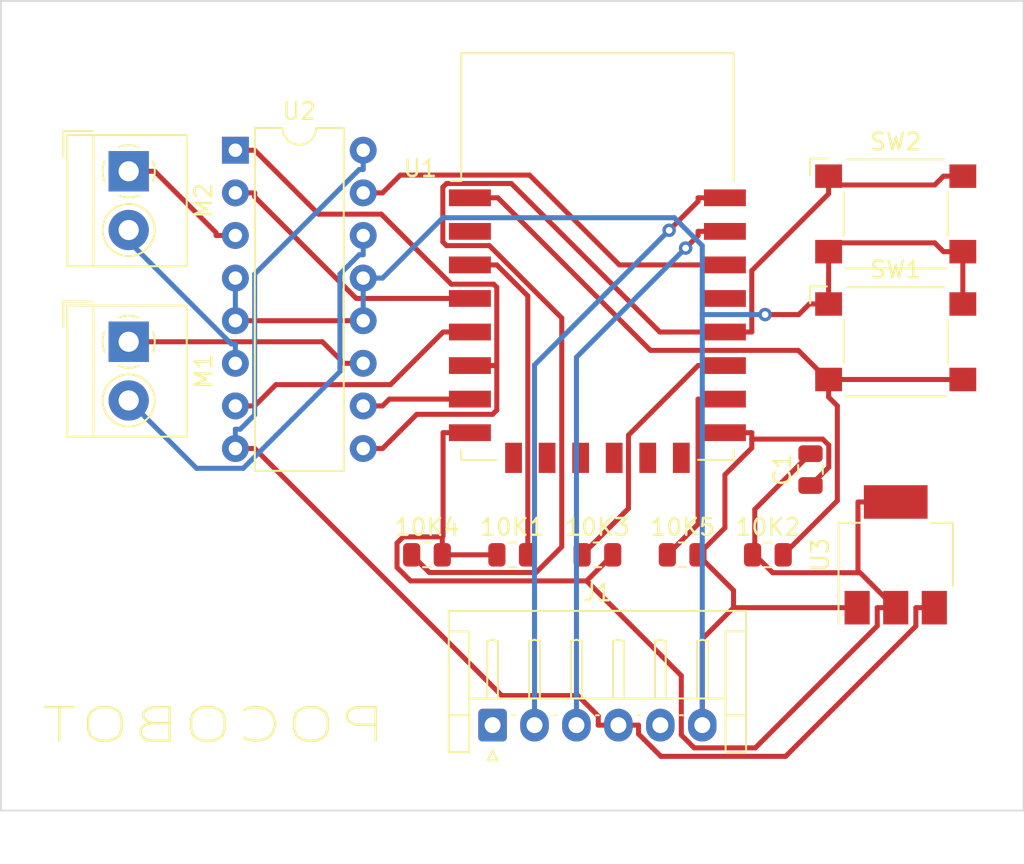
<source format=kicad_pcb>
(kicad_pcb (version 20211014) (generator pcbnew)
  (layers (0 "F.Cu" signal) (31 "B.Cu" signal) (34 "B.Paste" user) (35 "F.Paste" user) (36 "B.SilkS" user "B.Silkscreen") (37 "F.SilkS" user "F.Silkscreen") (38 "B.Mask" user) (39 "F.Mask" user) (44 "Edge.Cuts" user))
  (net 0 "")
  (net 1 "3.3V")
  (net 2 "Net-(10K1-Pad2)")
  (net 3 "Net-(10K2-Pad2)")
  (net 4 "Net-(10K3-Pad1)")
  (net 5 "Net-(10K4-Pad1)")
  (net 6 "Net-(10K5-Pad1)")
  (net 7 "GND")
  (net 9 "FTDI RX")
  (net 10 "FTDI TX")
  (net 11 "9V")
  (net 13 "Net-(M1-Pad1)")
  (net 14 "Net-(M1-Pad2)")
  (net 15 "Net-(M2-Pad1)")
  (net 16 "Net-(M2-Pad2)")
  (net 18 "GPIO16(D0)")
  (net 19 "GPIO14(D5)")
  (net 20 "GPIO12(D6)")
  (net 21 "GPIO13(D7)")
  (net 29 "GPIO5(D1)")
  (footprint "TerminalBlock_4Ucon:TerminalBlock_4Ucon_1x02_P3.50mm_Horizontal" (layer "F.Cu") (at 160.02 50.8 -90)
    (fp_text reference "M2" (at 1.75 -4.46 90) (layer "F.SilkS"))
    (fp_text value "Motor_DC")
    (fp_line (start -2.16 -3.46) (end 5.66 -3.46) (layer "F.SilkS") (width 0.12))
    (fp_line (start -2.16 2.1) (end 5.66 2.1) (layer "F.SilkS") (width 0.12))
    (fp_line (start -2.4 3.9) (end -0.9 3.9) (layer "F.SilkS") (width 0.12))
    (fp_line (start 5.66 -3.46) (end 5.66 3.66) (layer "F.SilkS") (width 0.12))
    (fp_line (start -2.16 -3.46) (end -2.16 3.66) (layer "F.SilkS") (width 0.12))
    (fp_line (start -2.4 2.16) (end -2.4 3.9) (layer "F.SilkS") (width 0.12))
    (fp_line (start -2.16 3.66) (end 5.66 3.66) (layer "F.SilkS") (width 0.12))
    (fp_arc (start 1.432109 -0.607742) (mid 1.555727 0.00014) (end 1.432 0.608) (layer "F.SilkS") (width 0.12))
    (fp_arc (start 0.027011 1.555493) (mid -0.296984 1.527118) (end -0.608 1.432) (layer "F.SilkS") (width 0.12))
    (fp_arc (start 0.607587 1.431385) (mid 0.310017 1.523783) (end 0 1.555) (layer "F.SilkS") (width 0.12))
    (fp_arc (start -1.432109 0.607742) (mid -1.555727 -0.00014) (end -1.432 -0.608) (layer "F.SilkS") (width 0.12))
    (fp_arc (start -0.607742 -1.432109) (mid 0.00014 -1.555727) (end 0.608 -1.432) (layer "F.SilkS") (width 0.12))
    (fp_circle (center 3.5 0) (end 5.055 0) (layer "F.SilkS") (width 0.12) (fill none))
    (pad "1" thru_hole rect locked (at 0 0 270) (size 2.4 2.4) (drill 1.2) (layers *.Cu *.Mask) (net 15 "Net-(M2-Pad1)"))
    (pad "2" thru_hole circle locked (at 3.5 0 270) (size 2.4 2.4) (drill 1.2) (layers *.Cu *.Mask) (net 16 "Net-(M2-Pad2)"))
  )
  (footprint "RF_Module:ESP-12E" (layer "F.Cu") (at 187.96 55.88)
    (fp_text reference "U1" (at -10.56 -5.26) (layer "F.SilkS"))
    (fp_text value "ESP-12E")
    (fp_line (start -8.12 -4.5) (end -8.12 -12.12) (layer "F.SilkS") (width 0.12))
    (fp_line (start 8.12 12.12) (end 6 12.12) (layer "F.SilkS") (width 0.12))
    (fp_line (start -8.12 -12.12) (end 8.12 -12.12) (layer "F.SilkS") (width 0.12))
    (fp_line (start 8.12 -12.12) (end 8.12 -4.5) (layer "F.SilkS") (width 0.12))
    (fp_line (start 8.12 11.5) (end 8.12 12.12) (layer "F.SilkS") (width 0.12))
    (fp_line (start -8.12 -4.5) (end -8.73 -4.5) (layer "F.SilkS") (width 0.12))
    (fp_line (start -6 12.12) (end -8.12 12.12) (layer "F.SilkS") (width 0.12))
    (fp_line (start -8.12 12.12) (end -8.12 11.5) (layer "F.SilkS") (width 0.12))
    (pad "1" smd rect locked (at -7.6 -3.5) (size 2.5 1) (layers "F.Cu" "F.Paste" "F.Mask") (net 3 "Net-(10K2-Pad2)"))
    (pad "2" smd rect locked (at -7.6 -1.5) (size 2.5 1) (layers "F.Cu" "F.Paste" "F.Mask"))
    (pad "3" smd rect locked (at -7.6 0.5) (size 2.5 1) (layers "F.Cu" "F.Paste" "F.Mask") (net 2 "Net-(10K1-Pad2)"))
    (pad "4" smd rect locked (at -7.6 2.5) (size 2.5 1) (layers "F.Cu" "F.Paste" "F.Mask") (net 18 "GPIO16(D0)"))
    (pad "5" smd rect locked (at -7.6 4.5) (size 2.5 1) (layers "F.Cu" "F.Paste" "F.Mask") (net 19 "GPIO14(D5)"))
    (pad "6" smd rect locked (at -7.6 6.5) (size 2.5 1) (layers "F.Cu" "F.Paste" "F.Mask") (net 20 "GPIO12(D6)"))
    (pad "7" smd rect locked (at -7.6 8.5) (size 2.5 1) (layers "F.Cu" "F.Paste" "F.Mask") (net 21 "GPIO13(D7)"))
    (pad "8" smd rect locked (at -7.6 10.5) (size 2.5 1) (layers "F.Cu" "F.Paste" "F.Mask") (net 1 "3.3V"))
    (pad "9" smd rect locked (at -5 12) (size 1 1.8) (layers "F.Cu" "F.Paste" "F.Mask"))
    (pad "10" smd rect locked (at -3 12) (size 1 1.8) (layers "F.Cu" "F.Paste" "F.Mask"))
    (pad "11" smd rect locked (at -1 12) (size 1 1.8) (layers "F.Cu" "F.Paste" "F.Mask"))
    (pad "12" smd rect locked (at 1 12) (size 1 1.8) (layers "F.Cu" "F.Paste" "F.Mask"))
    (pad "13" smd rect locked (at 3 12) (size 1 1.8) (layers "F.Cu" "F.Paste" "F.Mask"))
    (pad "14" smd rect locked (at 5 12) (size 1 1.8) (layers "F.Cu" "F.Paste" "F.Mask"))
    (pad "15" smd rect locked (at 7.6 10.5) (size 2.5 1) (layers "F.Cu" "F.Paste" "F.Mask") (net 7 "GND"))
    (pad "16" smd rect locked (at 7.6 8.5) (size 2.5 1) (layers "F.Cu" "F.Paste" "F.Mask") (net 6 "Net-(10K5-Pad1)"))
    (pad "17" smd rect locked (at 7.6 6.5) (size 2.5 1) (layers "F.Cu" "F.Paste" "F.Mask") (net 4 "Net-(10K3-Pad1)"))
    (pad "18" smd rect locked (at 7.6 4.5) (size 2.5 1) (layers "F.Cu" "F.Paste" "F.Mask") (net 5 "Net-(10K4-Pad1)"))
    (pad "19" smd rect locked (at 7.6 2.5) (size 2.5 1) (layers "F.Cu" "F.Paste" "F.Mask"))
    (pad "20" smd rect locked (at 7.6 0.5) (size 2.5 1) (layers "F.Cu" "F.Paste" "F.Mask") (net 29 "GPIO5(D1)"))
    (pad "21" smd rect locked (at 7.6 -1.5) (size 2.5 1) (layers "F.Cu" "F.Paste" "F.Mask") (net 10 "FTDI TX"))
    (pad "22" smd rect locked (at 7.6 -3.5) (size 2.5 1) (layers "F.Cu" "F.Paste" "F.Mask") (net 9 "FTDI RX"))
  )
  (footprint "Connector_JST:JST_EH_S6B-EH_1x06_P2.50mm_Horizontal" (layer "F.Cu") (at 181.71 83.8125)
    (fp_text reference "J1" (at 6.25 -7.9) (layer "F.SilkS"))
    (fp_text value "FTDI")
    (fp_line (start 2.5 -1.59) (end 2.18 -1.59) (layer "F.SilkS") (width 0.12))
    (fp_line (start 2.5 -5.09) (end 2.82 -5.01) (layer "F.SilkS") (width 0.12))
    (fp_line (start 3.67 -0.59) (end 3.83 -0.59) (layer "F.SilkS") (width 0.12))
    (fp_line (start 2.18 -5.01) (end 2.5 -5.09) (layer "F.SilkS") (width 0.12))
    (fp_line (start 7.5 -5.09) (end 7.82 -5.01) (layer "F.SilkS") (width 0.12))
    (fp_line (start 0.32 -1.59) (end 0 -1.59) (layer "F.SilkS") (width 0.12))
    (fp_line (start 0.3 2.1) (end 0 1.5) (layer "F.SilkS") (width 0.12))
    (fp_line (start 6.17 -0.59) (end 6.33 -0.59) (layer "F.SilkS") (width 0.12))
    (fp_line (start 13.89 1.61) (end 13.89 -0.59) (layer "F.SilkS") (width 0.12))
    (fp_line (start -1.39 1.61) (end -2.61 1.61) (layer "F.SilkS") (width 0.12))
    (fp_line (start 5.32 -5.01) (end 5.32 -1.59) (layer "F.SilkS") (width 0.12))
    (fp_line (start -1.39 -0.59) (end -1.39 1.61) (layer "F.SilkS") (width 0.12))
    (fp_line (start 10 -5.09) (end 10.32 -5.01) (layer "F.SilkS") (width 0.12))
    (fp_line (start 5 -5.09) (end 5.32 -5.01) (layer "F.SilkS") (width 0.12))
    (fp_line (start 2.18 -1.59) (end 2.18 -5.01) (layer "F.SilkS") (width 0.12))
    (fp_line (start 7.82 -1.59) (end 7.5 -1.59) (layer "F.SilkS") (width 0.12))
    (fp_line (start -1.39 -0.59) (end -2.61 -0.59) (layer "F.SilkS") (width 0.12))
    (fp_line (start 13.89 -0.59) (end 15.11 -0.59) (layer "F.SilkS") (width 0.12))
    (fp_line (start -0.3 2.1) (end 0.3 2.1) (layer "F.SilkS") (width 0.12))
    (fp_line (start 5 -1.59) (end 4.68 -1.59) (layer "F.SilkS") (width 0.12))
    (fp_line (start 7.18 -5.01) (end 7.5 -5.09) (layer "F.SilkS") (width 0.12))
    (fp_line (start -2.61 1.61) (end -2.61 -6.81) (layer "F.SilkS") (width 0.12))
    (fp_line (start 0 -5.09) (end 0.32 -5.01) (layer "F.SilkS") (width 0.12))
    (fp_line (start -0.32 -5.01) (end 0 -5.09) (layer "F.SilkS") (width 0.12))
    (fp_line (start 7.5 -1.59) (end 7.18 -1.59) (layer "F.SilkS") (width 0.12))
    (fp_line (start 10.32 -1.59) (end 10 -1.59) (layer "F.SilkS") (width 0.12))
    (fp_line (start 0.32 -5.01) (end 0.32 -1.59) (layer "F.SilkS") (width 0.12))
    (fp_line (start 12.82 -5.01) (end 12.82 -1.59) (layer "F.SilkS") (width 0.12))
    (fp_line (start 0 -1.59) (end -0.32 -1.59) (layer "F.SilkS") (width 0.12))
    (fp_line (start 15.11 -5.59) (end 13.89 -5.59) (layer "F.SilkS") (width 0.12))
    (fp_line (start 7.82 -5.01) (end 7.82 -1.59) (layer "F.SilkS") (width 0.12))
    (fp_line (start 10 -1.59) (end 9.68 -1.59) (layer "F.SilkS") (width 0.12))
    (fp_line (start -1.39 -5.59) (end -1.39 -0.59) (layer "F.SilkS") (width 0.12))
    (fp_line (start 0 1.5) (end -0.3 2.1) (layer "F.SilkS") (width 0.12))
    (fp_line (start 8.67 -0.59) (end 8.83 -0.59) (layer "F.SilkS") (width 0.12))
    (fp_line (start -1.39 -1.59) (end 13.89 -1.59) (layer "F.SilkS") (width 0.12))
    (fp_line (start 15.11 1.61) (end 13.89 1.61) (layer "F.SilkS") (width 0.12))
    (fp_line (start 2.82 -1.59) (end 2.5 -1.59) (layer "F.SilkS") (width 0.12))
    (fp_line (start 15.11 -6.81) (end 15.11 1.61) (layer "F.SilkS") (width 0.12))
    (fp_line (start 12.18 -1.59) (end 12.18 -5.01) (layer "F.SilkS") (width 0.12))
    (fp_line (start 7.18 -1.59) (end 7.18 -5.01) (layer "F.SilkS") (width 0.12))
    (fp_line (start 2.82 -5.01) (end 2.82 -1.59) (layer "F.SilkS") (width 0.12))
    (fp_line (start 5.32 -1.59) (end 5 -1.59) (layer "F.SilkS") (width 0.12))
    (fp_line (start 9.68 -5.01) (end 10 -5.09) (layer "F.SilkS") (width 0.12))
    (fp_line (start 13.89 -5.59) (end 13.89 -0.59) (layer "F.SilkS") (width 0.12))
    (fp_line (start 12.82 -1.59) (end 12.5 -1.59) (layer "F.SilkS") (width 0.12))
    (fp_line (start 4.68 -1.59) (end 4.68 -5.01) (layer "F.SilkS") (width 0.12))
    (fp_line (start 1.17 -0.59) (end 1.33 -0.59) (layer "F.SilkS") (width 0.12))
    (fp_line (start 9.68 -1.59) (end 9.68 -5.01) (layer "F.SilkS") (width 0.12))
    (fp_line (start 4.68 -5.01) (end 5 -5.09) (layer "F.SilkS") (width 0.12))
    (fp_line (start 12.5 -1.59) (end 12.18 -1.59) (layer "F.SilkS") (width 0.12))
    (fp_line (start -2.61 -5.59) (end -1.39 -5.59) (layer "F.SilkS") (width 0.12))
    (fp_line (start -0.32 -1.59) (end -0.32 -5.01) (layer "F.SilkS") (width 0.12))
    (fp_line (start 12.5 -5.09) (end 12.82 -5.01) (layer "F.SilkS") (width 0.12))
    (fp_line (start -2.61 -6.81) (end 15.11 -6.81) (layer "F.SilkS") (width 0.12))
    (fp_line (start 11.17 -0.59) (end 11.33 -0.59) (layer "F.SilkS") (width 0.12))
    (fp_line (start 12.18 -5.01) (end 12.5 -5.09) (layer "F.SilkS") (width 0.12))
    (fp_line (start 10.32 -5.01) (end 10.32 -1.59) (layer "F.SilkS") (width 0.12))
    (pad "1" thru_hole roundrect locked (at 0 0) (size 1.7 1.95) (drill 0.95) (layers *.Cu *.Mask) (roundrect_rratio 0.147059))
    (pad "2" thru_hole oval locked (at 2.5 0) (size 1.7 1.95) (drill 0.95) (layers *.Cu *.Mask) (net 9 "FTDI RX"))
    (pad "3" thru_hole oval locked (at 5 0) (size 1.7 1.95) (drill 0.95) (layers *.Cu *.Mask) (net 10 "FTDI TX"))
    (pad "4" thru_hole oval locked (at 7.5 0) (size 1.7 1.95) (drill 0.95) (layers *.Cu *.Mask) (net 11 "9V"))
    (pad "5" thru_hole oval locked (at 10 0) (size 1.7 1.95) (drill 0.95) (layers *.Cu *.Mask))
    (pad "6" thru_hole oval locked (at 12.5 0) (size 1.7 1.95) (drill 0.95) (layers *.Cu *.Mask) (net 7 "GND"))
  )
  (footprint "Resistor_SMD:R_0805_2012Metric" (layer "F.Cu") (at 193.04 73.66)
    (fp_text reference "10K5" (at 0 -1.65) (layer "F.SilkS"))
    (fp_text value "R1")
    (fp_line (start -0.227064 -0.735) (end 0.227064 -0.735) (layer "F.SilkS") (width 0.12))
    (fp_line (start -0.227064 0.735) (end 0.227064 0.735) (layer "F.SilkS") (width 0.12))
    (pad "1" smd roundrect locked (at -0.9125 0) (size 1.025 1.4) (layers "F.Cu" "F.Paste" "F.Mask") (roundrect_rratio 0.243902) (net 6 "Net-(10K5-Pad1)"))
    (pad "2" smd roundrect locked (at 0.9125 0) (size 1.025 1.4) (layers "F.Cu" "F.Paste" "F.Mask") (roundrect_rratio 0.243902) (net 7 "GND"))
  )
  (footprint "Resistor_SMD:R_0805_2012Metric" (layer "F.Cu") (at 187.96 73.66)
    (fp_text reference "10K3" (at 0 -1.65) (layer "F.SilkS"))
    (fp_text value "R2")
    (fp_line (start -0.227064 -0.735) (end 0.227064 -0.735) (layer "F.SilkS") (width 0.12))
    (fp_line (start -0.227064 0.735) (end 0.227064 0.735) (layer "F.SilkS") (width 0.12))
    (pad "1" smd roundrect locked (at -0.9125 0) (size 1.025 1.4) (layers "F.Cu" "F.Paste" "F.Mask") (roundrect_rratio 0.243902) (net 4 "Net-(10K3-Pad1)"))
    (pad "2" smd roundrect locked (at 0.9125 0) (size 1.025 1.4) (layers "F.Cu" "F.Paste" "F.Mask") (roundrect_rratio 0.243902) (net 1 "3.3V"))
  )
  (footprint "Capacitor_SMD:C_0805_2012Metric" (layer "F.Cu") (at 200.66 68.58 90)
    (fp_text reference "C1" (at 0 -1.68 90) (layer "F.SilkS"))
    (fp_text value "100nF")
    (fp_line (start -0.261252 0.735) (end 0.261252 0.735) (layer "F.SilkS") (width 0.12))
    (fp_line (start -0.261252 -0.735) (end 0.261252 -0.735) (layer "F.SilkS") (width 0.12))
    (pad "1" smd roundrect locked (at -0.95 0 90) (size 1 1.45) (layers "F.Cu" "F.Paste" "F.Mask") (net 7 "GND"))
    (pad "2" smd roundrect locked (at 0.95 0 90) (size 1 1.45) (layers "F.Cu" "F.Paste" "F.Mask") (net 1 "3.3V"))
  )
  (footprint "Resistor_SMD:R_0805_2012Metric" (layer "F.Cu") (at 177.8 73.66)
    (fp_text reference "10K4" (at 0 -1.65) (layer "F.SilkS"))
    (fp_text value "R3")
    (fp_line (start -0.227064 0.735) (end 0.227064 0.735) (layer "F.SilkS") (width 0.12))
    (fp_line (start -0.227064 -0.735) (end 0.227064 -0.735) (layer "F.SilkS") (width 0.12))
    (pad "1" smd roundrect locked (at -0.9125 0) (size 1.025 1.4) (layers "F.Cu" "F.Paste" "F.Mask") (roundrect_rratio 0.243902) (net 5 "Net-(10K4-Pad1)"))
    (pad "2" smd roundrect locked (at 0.9125 0) (size 1.025 1.4) (layers "F.Cu" "F.Paste" "F.Mask") (roundrect_rratio 0.243902) (net 1 "3.3V"))
  )
  (footprint "Package_DIP:DIP-16_W7.62mm" (layer "F.Cu") (at 166.38 49.545)
    (fp_text reference "U2" (at 3.81 -2.33) (layer "F.SilkS"))
    (fp_text value "L293D")
    (fp_line (start 6.46 19.11) (end 6.46 -1.33) (layer "F.SilkS") (width 0.12))
    (fp_line (start 6.46 -1.33) (end 4.81 -1.33) (layer "F.SilkS") (width 0.12))
    (fp_line (start 1.16 19.11) (end 6.46 19.11) (layer "F.SilkS") (width 0.12))
    (fp_line (start 2.81 -1.33) (end 1.16 -1.33) (layer "F.SilkS") (width 0.12))
    (fp_line (start 1.16 -1.33) (end 1.16 19.11) (layer "F.SilkS") (width 0.12))
    (fp_arc (start 4.81 -1.33) (mid 3.81 -0.33) (end 2.81 -1.33) (layer "F.SilkS") (width 0.12))
    (pad "1" thru_hole rect locked (at 0 0) (size 1.6 1.6) (drill 0.8) (layers *.Cu *.Mask) (net 20 "GPIO12(D6)"))
    (pad "2" thru_hole oval locked (at 0 2.54) (size 1.6 1.6) (drill 0.8) (layers *.Cu *.Mask) (net 18 "GPIO16(D0)"))
    (pad "3" thru_hole oval locked (at 0 5.08) (size 1.6 1.6) (drill 0.8) (layers *.Cu *.Mask) (net 15 "Net-(M2-Pad1)"))
    (pad "4" thru_hole oval locked (at 0 7.62) (size 1.6 1.6) (drill 0.8) (layers *.Cu *.Mask) (net 7 "GND"))
    (pad "5" thru_hole oval locked (at 0 10.16) (size 1.6 1.6) (drill 0.8) (layers *.Cu *.Mask) (net 7 "GND"))
    (pad "6" thru_hole oval locked (at 0 12.7) (size 1.6 1.6) (drill 0.8) (layers *.Cu *.Mask) (net 16 "Net-(M2-Pad2)"))
    (pad "7" thru_hole oval locked (at 0 15.24) (size 1.6 1.6) (drill 0.8) (layers *.Cu *.Mask) (net 19 "GPIO14(D5)"))
    (pad "8" thru_hole oval locked (at 0 17.78) (size 1.6 1.6) (drill 0.8) (layers *.Cu *.Mask) (net 11 "9V"))
    (pad "9" thru_hole oval locked (at 7.62 17.78) (size 1.6 1.6) (drill 0.8) (layers *.Cu *.Mask) (net 20 "GPIO12(D6)"))
    (pad "10" thru_hole oval locked (at 7.62 15.24) (size 1.6 1.6) (drill 0.8) (layers *.Cu *.Mask) (net 21 "GPIO13(D7)"))
    (pad "11" thru_hole oval locked (at 7.62 12.7) (size 1.6 1.6) (drill 0.8) (layers *.Cu *.Mask) (net 13 "Net-(M1-Pad1)"))
    (pad "12" thru_hole oval locked (at 7.62 10.16) (size 1.6 1.6) (drill 0.8) (layers *.Cu *.Mask) (net 7 "GND"))
    (pad "13" thru_hole oval locked (at 7.62 7.62) (size 1.6 1.6) (drill 0.8) (layers *.Cu *.Mask) (net 7 "GND"))
    (pad "14" thru_hole oval locked (at 7.62 5.08) (size 1.6 1.6) (drill 0.8) (layers *.Cu *.Mask) (net 14 "Net-(M1-Pad2)"))
    (pad "15" thru_hole oval locked (at 7.62 2.54) (size 1.6 1.6) (drill 0.8) (layers *.Cu *.Mask) (net 29 "GPIO5(D1)"))
    (pad "16" thru_hole oval locked (at 7.62 0) (size 1.6 1.6) (drill 0.8) (layers *.Cu *.Mask) (net 11 "9V"))
  )
  (footprint "Package_TO_SOT_SMD:SOT-223-3_TabPin2" (layer "F.Cu") (at 205.74 73.66 90)
    (fp_text reference "U3" (at 0 -4.5 90) (layer "F.SilkS"))
    (fp_text value "AMS1117-3.3V")
    (fp_line (start 1.91 -3.41) (end 1.91 -2.15) (layer "F.SilkS") (width 0.12))
    (fp_line (start -4.1 -3.41) (end 1.91 -3.41) (layer "F.SilkS") (width 0.12))
    (fp_line (start -1.85 3.41) (end 1.91 3.41) (layer "F.SilkS") (width 0.12))
    (fp_line (start 1.91 3.41) (end 1.91 2.15) (layer "F.SilkS") (width 0.12))
    (pad "1" smd rect locked (at -3.15 -2.3 90) (size 2 1.5) (layers "F.Cu" "F.Paste" "F.Mask") (net 7 "GND"))
    (pad "2" smd rect locked (at -3.15 0 90) (size 2 1.5) (layers "F.Cu" "F.Paste" "F.Mask") (net 1 "3.3V"))
    (pad "2" smd rect locked (at 3.15 0 90) (size 2 3.8) (layers "F.Cu" "F.Paste" "F.Mask") (net 1 "3.3V"))
    (pad "3" smd rect locked (at -3.15 2.3 90) (size 2 1.5) (layers "F.Cu" "F.Paste" "F.Mask") (net 11 "9V"))
  )
  (footprint "TerminalBlock_4Ucon:TerminalBlock_4Ucon_1x02_P3.50mm_Horizontal" (layer "F.Cu") (at 160.02 60.96 -90)
    (fp_text reference "M1" (at 1.75 -4.46 90) (layer "F.SilkS"))
    (fp_text value "Motor_DC")
    (fp_line (start -2.4 3.9) (end -0.9 3.9) (layer "F.SilkS") (width 0.12))
    (fp_line (start 5.66 -3.46) (end 5.66 3.66) (layer "F.SilkS") (width 0.12))
    (fp_line (start -2.4 2.16) (end -2.4 3.9) (layer "F.SilkS") (width 0.12))
    (fp_line (start -2.16 -3.46) (end 5.66 -3.46) (layer "F.SilkS") (width 0.12))
    (fp_line (start -2.16 3.66) (end 5.66 3.66) (layer "F.SilkS") (width 0.12))
    (fp_line (start -2.16 -3.46) (end -2.16 3.66) (layer "F.SilkS") (width 0.12))
    (fp_line (start -2.16 2.1) (end 5.66 2.1) (layer "F.SilkS") (width 0.12))
    (fp_arc (start -1.432109 0.607742) (mid -1.555727 -0.00014) (end -1.432 -0.608) (layer "F.SilkS") (width 0.12))
    (fp_arc (start -0.607742 -1.432109) (mid 0.00014 -1.555727) (end 0.608 -1.432) (layer "F.SilkS") (width 0.12))
    (fp_arc (start 0.607587 1.431385) (mid 0.310017 1.523783) (end 0 1.555) (layer "F.SilkS") (width 0.12))
    (fp_arc (start 0.027011 1.555493) (mid -0.296984 1.527118) (end -0.608 1.432) (layer "F.SilkS") (width 0.12))
    (fp_arc (start 1.432109 -0.607742) (mid 1.555727 0.00014) (end 1.432 0.608) (layer "F.SilkS") (width 0.12))
    (fp_circle (center 3.5 0) (end 5.055 0) (layer "F.SilkS") (width 0.12) (fill none))
    (pad "1" thru_hole rect locked (at 0 0 270) (size 2.4 2.4) (drill 1.2) (layers *.Cu *.Mask) (net 13 "Net-(M1-Pad1)"))
    (pad "2" thru_hole circle locked (at 3.5 0 270) (size 2.4 2.4) (drill 1.2) (layers *.Cu *.Mask) (net 14 "Net-(M1-Pad2)"))
  )
  (footprint "Button_Switch_SMD:SW_SPST_Omron_B3FS-105xP" (layer "F.Cu") (at 205.74 53.34)
    (fp_text reference "SW2" (at 0 -4.3) (layer "F.SilkS"))
    (fp_text value "FLASH")
    (fp_line (start 3 3.25) (end -3 3.25) (layer "F.SilkS") (width 0.12))
    (fp_line (start 3.1 -1.3) (end 3.1 1.3) (layer "F.SilkS") (width 0.12))
    (fp_line (start -5.1 -2.3) (end -5.1 -3.3) (layer "F.SilkS") (width 0.12))
    (fp_line (start 2.9 -3.25) (end -2.9 -3.25) (layer "F.SilkS") (width 0.12))
    (fp_line (start -3.1 -1.3) (end -3.1 1.3) (layer "F.SilkS") (width 0.12))
    (fp_line (start -5.1 -3.3) (end -4.1 -3.3) (layer "F.SilkS") (width 0.12))
    (pad "1" smd rect locked (at -4 -2.25 180) (size 1.6 1.4) (layers "F.Cu" "F.Paste" "F.Mask") (net 5 "Net-(10K4-Pad1)"))
    (pad "2" smd rect locked (at 4 -2.25 180) (size 1.6 1.4) (layers "F.Cu" "F.Paste" "F.Mask") (net 5 "Net-(10K4-Pad1)"))
    (pad "3" smd rect locked (at -4 2.25 180) (size 1.6 1.4) (layers "F.Cu" "F.Paste" "F.Mask") (net 7 "GND"))
    (pad "4" smd rect locked (at 4 2.25 180) (size 1.6 1.4) (layers "F.Cu" "F.Paste" "F.Mask") (net 7 "GND"))
  )
  (footprint "Resistor_SMD:R_0805_2012Metric" (layer "F.Cu") (at 182.88 73.66)
    (fp_text reference "10K1" (at 0 -1.65) (layer "F.SilkS"))
    (fp_text value "R5")
    (fp_line (start -0.227064 0.735) (end 0.227064 0.735) (layer "F.SilkS") (width 0.12))
    (fp_line (start -0.227064 -0.735) (end 0.227064 -0.735) (layer "F.SilkS") (width 0.12))
    (pad "1" smd roundrect locked (at -0.9125 0) (size 1.025 1.4) (layers "F.Cu" "F.Paste" "F.Mask") (roundrect_rratio 0.243902) (net 1 "3.3V"))
    (pad "2" smd roundrect locked (at 0.9125 0) (size 1.025 1.4) (layers "F.Cu" "F.Paste" "F.Mask") (roundrect_rratio 0.243902) (net 2 "Net-(10K1-Pad2)"))
  )
  (footprint "Button_Switch_SMD:SW_SPST_Omron_B3FS-105xP" (layer "F.Cu") (at 205.74 60.96)
    (fp_text reference "SW1" (at 0 -4.3) (layer "F.SilkS"))
    (fp_text value "RESET")
    (fp_line (start -5.1 -2.3) (end -5.1 -3.3) (layer "F.SilkS") (width 0.12))
    (fp_line (start 2.9 -3.25) (end -2.9 -3.25) (layer "F.SilkS") (width 0.12))
    (fp_line (start -3.1 -1.3) (end -3.1 1.3) (layer "F.SilkS") (width 0.12))
    (fp_line (start -5.1 -3.3) (end -4.1 -3.3) (layer "F.SilkS") (width 0.12))
    (fp_line (start 3.1 -1.3) (end 3.1 1.3) (layer "F.SilkS") (width 0.12))
    (fp_line (start 3 3.25) (end -3 3.25) (layer "F.SilkS") (width 0.12))
    (pad "1" smd rect locked (at -4 -2.25 180) (size 1.6 1.4) (layers "F.Cu" "F.Paste" "F.Mask") (net 7 "GND"))
    (pad "2" smd rect locked (at 4 -2.25 180) (size 1.6 1.4) (layers "F.Cu" "F.Paste" "F.Mask") (net 7 "GND"))
    (pad "3" smd rect locked (at -4 2.25 180) (size 1.6 1.4) (layers "F.Cu" "F.Paste" "F.Mask") (net 3 "Net-(10K2-Pad2)"))
    (pad "4" smd rect locked (at 4 2.25 180) (size 1.6 1.4) (layers "F.Cu" "F.Paste" "F.Mask") (net 3 "Net-(10K2-Pad2)"))
  )
  (footprint "Resistor_SMD:R_0805_2012Metric" (layer "F.Cu") (at 198.12 73.66)
    (fp_text reference "10K2" (at 0 -1.65) (layer "F.SilkS"))
    (fp_text value "R4")
    (fp_line (start -0.227064 0.735) (end 0.227064 0.735) (layer "F.SilkS") (width 0.12))
    (fp_line (start -0.227064 -0.735) (end 0.227064 -0.735) (layer "F.SilkS") (width 0.12))
    (pad "1" smd roundrect locked (at -0.9125 0) (size 1.025 1.4) (layers "F.Cu" "F.Paste" "F.Mask") (roundrect_rratio 0.243902) (net 1 "3.3V"))
    (pad "2" smd roundrect locked (at 0.9125 0) (size 1.025 1.4) (layers "F.Cu" "F.Paste" "F.Mask") (roundrect_rratio 0.243902) (net 3 "Net-(10K2-Pad2)"))
  )
  (gr_rect (start 152.4 40.64) (end 213.36 88.9) (layer "Edge.Cuts") (width 0.1) (fill none))
  (gr_text "POCOBOT" (at 165.1 83.82) (layer "F.SilkS") (effects (font (size 2 3)) (justify mirror)))
  (segment (start 178.7597 72.5413) (end 178.7597 66.38) (width 0.3) (layer "F.Cu") (net 1))
  (segment (start 203.6128 74.7264) (end 203.4897 74.7264) (width 0.3) (layer "F.Cu") (net 1))
  (segment (start 187.3159 75.2166) (end 176.8207 75.2166) (width 0.3) (layer "F.Cu") (net 1))
  (segment (start 205.1899 76.3035) (end 203.6128 74.7264) (width 0.3) (layer "F.Cu") (net 1))
  (segment (start 197.3386 73.66) (end 197.3386 70.9514) (width 0.3) (layer "F.Cu") (net 1))
  (segment (start 192.96 84.3995) (end 193.726 85.1655) (width 0.3) (layer "F.Cu") (net 1))
  (segment (start 192.96 80.8607) (end 192.96 84.3995) (width 0.3) (layer "F.Cu") (net 1))
  (segment (start 181.9675 73.66) (end 178.7125 73.66) (width 0.3) (layer "F.Cu") (net 1))
  (segment (start 188.8725 73.66) (end 187.3159 75.2166) (width 0.3) (layer "F.Cu") (net 1))
  (segment (start 176.3847 72.5885) (end 178.7125 72.5885) (width 0.3) (layer "F.Cu") (net 1))
  (segment (start 178.7125 72.5885) (end 178.7597 72.5413) (width 0.3) (layer "F.Cu") (net 1))
  (segment (start 176.0155 72.9577) (end 176.3847 72.5885) (width 0.3) (layer "F.Cu") (net 1))
  (segment (start 197.3711 85.1655) (end 204.6397 77.8969) (width 0.3) (layer "F.Cu") (net 1))
  (segment (start 197.3386 73.66) (end 197.2075 73.66) (width 0.3) (layer "F.Cu") (net 1))
  (segment (start 205.1899 76.81) (end 204.6397 76.81) (width 0.3) (layer "F.Cu") (net 1))
  (segment (start 193.726 85.1655) (end 197.3711 85.1655) (width 0.3) (layer "F.Cu") (net 1))
  (segment (start 180.36 66.38) (end 178.7597 66.38) (width 0.3) (layer "F.Cu") (net 1))
  (segment (start 197.3386 70.9514) (end 200.66 67.63) (width 0.3) (layer "F.Cu") (net 1))
  (segment (start 198.405 74.7264) (end 197.3386 73.66) (width 0.3) (layer "F.Cu") (net 1))
  (segment (start 204.6397 77.8969) (end 204.6397 76.81) (width 0.3) (layer "F.Cu") (net 1))
  (segment (start 178.7125 72.5885) (end 178.7125 73.66) (width 0.3) (layer "F.Cu") (net 1))
  (segment (start 203.4897 74.7264) (end 198.405 74.7264) (width 0.3) (layer "F.Cu") (net 1))
  (segment (start 203.4897 70.51) (end 203.4897 74.7264) (width 0.3) (layer "F.Cu") (net 1))
  (segment (start 187.3159 75.2166) (end 192.96 80.8607) (width 0.3) (layer "F.Cu") (net 1))
  (segment (start 205.74 70.51) (end 203.4897 70.51) (width 0.3) (layer "F.Cu") (net 1))
  (segment (start 205.1899 76.81) (end 205.1899 76.3035) (width 0.3) (layer "F.Cu") (net 1))
  (segment (start 176.0155 74.4114) (end 176.0155 72.9577) (width 0.3) (layer "F.Cu") (net 1))
  (segment (start 176.8207 75.2166) (end 176.0155 74.4114) (width 0.3) (layer "F.Cu") (net 1))
  (segment (start 205.74 76.81) (end 205.1899 76.81) (width 0.3) (layer "F.Cu") (net 1))
  (segment (start 183.8103 58.23) (end 181.9603 56.38) (width 0.3) (layer "F.Cu") (net 2))
  (segment (start 180.36 56.38) (end 181.9603 56.38) (width 0.3) (layer "F.Cu") (net 2))
  (segment (start 183.8103 73.6422) (end 183.8103 58.23) (width 0.3) (layer "F.Cu") (net 2))
  (segment (start 183.7925 73.66) (end 183.8103 73.6422) (width 0.3) (layer "F.Cu") (net 2))
  (segment (start 201.74 63.2812) (end 199.9327 61.4739) (width 0.3) (layer "F.Cu") (net 3))
  (segment (start 191.1193 61.4739) (end 182.0254 52.38) (width 0.3) (layer "F.Cu") (net 3))
  (segment (start 201.74 63.21) (end 201.74 63.2812) (width 0.3) (layer "F.Cu") (net 3))
  (segment (start 199.0325 73.66) (end 202.2611 70.4314) (width 0.3) (layer "F.Cu") (net 3))
  (segment (start 182.0254 52.38) (end 180.36 52.38) (width 0.3) (layer "F.Cu") (net 3))
  (segment (start 201.776 63.21) (end 201.74 63.21) (width 0.3) (layer "F.Cu") (net 3))
  (segment (start 202.2611 70.4314) (end 202.2611 64.7814) (width 0.3) (layer "F.Cu") (net 3))
  (segment (start 202.8903 63.21) (end 208.5897 63.21) (width 0.3) (layer "F.Cu") (net 3))
  (segment (start 199.9327 61.4739) (end 191.1193 61.4739) (width 0.3) (layer "F.Cu") (net 3))
  (segment (start 201.776 63.21) (end 202.8903 63.21) (width 0.3) (layer "F.Cu") (net 3))
  (segment (start 201.74 63.2812) (end 201.74 64.2603) (width 0.3) (layer "F.Cu") (net 3))
  (segment (start 209.74 63.21) (end 208.5897 63.21) (width 0.3) (layer "F.Cu") (net 3))
  (segment (start 202.2611 64.7814) (end 201.74 64.2603) (width 0.3) (layer "F.Cu") (net 3))
  (segment (start 189.8104 70.8971) (end 189.8104 66.5293) (width 0.3) (layer "F.Cu") (net 4))
  (segment (start 189.8104 66.5293) (end 193.9597 62.38) (width 0.3) (layer "F.Cu") (net 4))
  (segment (start 195.56 62.38) (end 193.9597 62.38) (width 0.3) (layer "F.Cu") (net 4))
  (segment (start 187.0475 73.66) (end 189.8104 70.8971) (width 0.3) (layer "F.Cu") (net 4))
  (segment (start 185.8325 73.1855) (end 184.3042 74.7138) (width 0.3) (layer "F.Cu") (net 5))
  (segment (start 197.1603 56.72) (end 197.1603 60.38) (width 0.3) (layer "F.Cu") (net 5))
  (segment (start 178.967 51.5262) (end 178.7448 51.7484) (width 0.3) (layer "F.Cu") (net 5))
  (segment (start 209.74 51.09) (end 208.5897 51.09) (width 0.3) (layer "F.Cu") (net 5))
  (segment (start 201.74 51.6151) (end 201.74 52.1403) (width 0.3) (layer "F.Cu") (net 5))
  (segment (start 191.679 60.38) (end 182.8252 51.5262) (width 0.3) (layer "F.Cu") (net 5))
  (segment (start 195.56 60.38) (end 191.679 60.38) (width 0.3) (layer "F.Cu") (net 5))
  (segment (start 195.56 60.38) (end 197.1603 60.38) (width 0.3) (layer "F.Cu") (net 5))
  (segment (start 178.7448 51.7484) (end 178.7448 55.0102) (width 0.3) (layer "F.Cu") (net 5))
  (segment (start 208.0646 51.6151) (end 208.5897 51.09) (width 0.3) (layer "F.Cu") (net 5))
  (segment (start 201.74 51.6151) (end 208.0646 51.6151) (width 0.3) (layer "F.Cu") (net 5))
  (segment (start 181.5183 55.2303) (end 185.8325 59.5445) (width 0.3) (layer "F.Cu") (net 5))
  (segment (start 201.74 51.09) (end 201.74 51.6151) (width 0.3) (layer "F.Cu") (net 5))
  (segment (start 178.7448 55.0102) (end 178.9649 55.2303) (width 0.3) (layer "F.Cu") (net 5))
  (segment (start 178.9649 55.2303) (end 181.5183 55.2303) (width 0.3) (layer "F.Cu") (net 5))
  (segment (start 201.74 52.1403) (end 197.1603 56.72) (width 0.3) (layer "F.Cu") (net 5))
  (segment (start 177.9413 74.7138) (end 176.8875 73.66) (width 0.3) (layer "F.Cu") (net 5))
  (segment (start 185.8325 59.5445) (end 185.8325 73.1855) (width 0.3) (layer "F.Cu") (net 5))
  (segment (start 184.3042 74.7138) (end 177.9413 74.7138) (width 0.3) (layer "F.Cu") (net 5))
  (segment (start 182.8252 51.5262) (end 178.967 51.5262) (width 0.3) (layer "F.Cu") (net 5))
  (segment (start 192.1275 73.66) (end 193.9597 71.8278) (width 0.3) (layer "F.Cu") (net 6))
  (segment (start 193.9597 71.8278) (end 193.9597 64.38) (width 0.3) (layer "F.Cu") (net 6))
  (segment (start 195.56 64.38) (end 193.9597 64.38) (width 0.3) (layer "F.Cu") (net 6))
  (segment (start 201.74 55.0648) (end 208.0645 55.0648) (width 0.3) (layer "F.Cu") (net 7))
  (segment (start 201.74 58.71) (end 200.5897 58.71) (width 0.3) (layer "F.Cu") (net 7))
  (segment (start 197.1603 66.764) (end 201.3907 66.764) (width 0.3) (layer "F.Cu") (net 7))
  (segment (start 209.74 55.59) (end 208.5897 55.59) (width 0.3) (layer "F.Cu") (net 7))
  (segment (start 174 59.705) (end 166.38 59.705) (width 0.3) (layer "F.Cu") (net 7))
  (segment (start 197.1603 66.764) (end 197.1603 67.2869) (width 0.3) (layer "F.Cu") (net 7))
  (segment (start 201.7486 68.4414) (end 200.66 69.53) (width 0.3) (layer "F.Cu") (net 7))
  (segment (start 196.0729 76.81) (end 194.21 78.6729) (width 0.3) (layer "F.Cu") (net 7))
  (segment (start 194.21 78.6729) (end 194.21 82.4872) (width 0.3) (layer "F.Cu") (net 7))
  (segment (start 194.21 83.8125) (end 194.21 82.4872) (width 0.3) (layer "F.Cu") (net 7))
  (segment (start 197.1603 66.38) (end 197.1603 66.764) (width 0.3) (layer "F.Cu") (net 7))
  (segment (start 199.9591 59.3406) (end 197.9545 59.3406) (width 0.3) (layer "F.Cu") (net 7))
  (segment (start 209.74 58.71) (end 209.74 55.59) (width 0.3) (layer "F.Cu") (net 7))
  (segment (start 202.3397 76.81) (end 196.0729 76.81) (width 0.3) (layer "F.Cu") (net 7))
  (segment (start 196.0729 75.7804) (end 196.0729 76.81) (width 0.3) (layer "F.Cu") (net 7))
  (segment (start 201.3907 66.764) (end 201.7486 67.1219) (width 0.3) (layer "F.Cu") (net 7))
  (segment (start 208.0645 55.0648) (end 208.5897 55.59) (width 0.3) (layer "F.Cu") (net 7))
  (segment (start 201.7486 67.1219) (end 201.7486 68.4414) (width 0.3) (layer "F.Cu") (net 7))
  (segment (start 195.56 68.8872) (end 195.56 72.0525) (width 0.3) (layer "F.Cu") (net 7))
  (segment (start 195.56 66.38) (end 197.1603 66.38) (width 0.3) (layer "F.Cu") (net 7))
  (segment (start 197.1603 67.2869) (end 195.56 68.8872) (width 0.3) (layer "F.Cu") (net 7))
  (segment (start 201.74 58.71) (end 201.74 55.59) (width 0.3) (layer "F.Cu") (net 7))
  (segment (start 203.44 76.81) (end 202.3397 76.81) (width 0.3) (layer "F.Cu") (net 7))
  (segment (start 201.74 55.59) (end 201.74 55.0648) (width 0.3) (layer "F.Cu") (net 7))
  (segment (start 200.5897 58.71) (end 199.9591 59.3406) (width 0.3) (layer "F.Cu") (net 7))
  (segment (start 195.56 72.0525) (end 193.9525 73.66) (width 0.3) (layer "F.Cu") (net 7))
  (segment (start 193.9525 73.66) (end 196.0729 75.7804) (width 0.3) (layer "F.Cu") (net 7))
  (via (at 197.9545 59.3406) (size 0.8) (drill 0.4) (layers "F.Cu" "B.Cu") (net 7))
  (segment (start 194.21 59.3406) (end 197.9545 59.3406) (width 0.3) (layer "B.Cu") (net 7))
  (segment (start 174 57.165) (end 174 59.705) (width 0.3) (layer "B.Cu") (net 7))
  (segment (start 178.7491 53.5662) (end 192.5443 53.5662) (width 0.3) (layer "B.Cu") (net 7))
  (segment (start 166.38 59.705) (end 166.38 57.165) (width 0.3) (layer "B.Cu") (net 7))
  (segment (start 175.1503 57.165) (end 178.7491 53.5662) (width 0.3) (layer "B.Cu") (net 7))
  (segment (start 174 57.165) (end 175.1503 57.165) (width 0.3) (layer "B.Cu") (net 7))
  (segment (start 192.5443 53.5662) (end 194.21 55.2319) (width 0.3) (layer "B.Cu") (net 7))
  (segment (start 194.21 55.2319) (end 194.21 59.3406) (width 0.3) (layer "B.Cu") (net 7))
  (segment (start 194.21 59.3406) (end 194.21 82.4872) (width 0.3) (layer "B.Cu") (net 7))
  (segment (start 194.21 83.8125) (end 194.21 82.4872) (width 0.3) (layer "B.Cu") (net 7))
  (segment (start 192.2335 54.3165) (end 193.9597 52.5903) (width 0.3) (layer "F.Cu") (net 9))
  (segment (start 193.9597 52.5903) (end 193.9597 52.38) (width 0.3) (layer "F.Cu") (net 9))
  (segment (start 195.56 52.38) (end 193.9597 52.38) (width 0.3) (layer "F.Cu") (net 9))
  (via (at 192.2335 54.3165) (size 0.8) (drill 0.4) (layers "F.Cu" "B.Cu") (net 9))
  (segment (start 184.21 62.34) (end 192.2335 54.3165) (width 0.3) (layer "B.Cu") (net 9))
  (segment (start 184.21 83.8125) (end 184.21 62.34) (width 0.3) (layer "B.Cu") (net 9))
  (segment (start 195.56 54.38) (end 193.9597 54.38) (width 0.3) (layer "F.Cu") (net 10))
  (segment (start 193.2176 55.3756) (end 193.9597 54.6335) (width 0.3) (layer "F.Cu") (net 10))
  (segment (start 193.9597 54.6335) (end 193.9597 54.38) (width 0.3) (layer "F.Cu") (net 10))
  (via (at 193.2176 55.3756) (size 0.8) (drill 0.4) (layers "F.Cu" "B.Cu") (net 10))
  (segment (start 186.71 83.8125) (end 186.71 61.8832) (width 0.3) (layer "B.Cu") (net 10))
  (segment (start 186.71 61.8832) (end 193.2176 55.3756) (width 0.3) (layer "B.Cu") (net 10))
  (segment (start 191.7449 85.6722) (end 199.1778 85.6722) (width 0.3) (layer "F.Cu") (net 11))
  (segment (start 206.9397 77.9103) (end 206.9397 76.81) (width 0.3) (layer "F.Cu") (net 11))
  (segment (start 188.0097 83.2679) (end 188.0097 83.8125) (width 0.3) (layer "F.Cu") (net 11))
  (segment (start 208.04 76.81) (end 206.9397 76.81) (width 0.3) (layer "F.Cu") (net 11))
  (segment (start 189.21 83.8125) (end 188.0097 83.8125) (width 0.3) (layer "F.Cu") (net 11))
  (segment (start 166.38 67.325) (end 167.5303 67.325) (width 0.3) (layer "F.Cu") (net 11))
  (segment (start 190.4103 83.8125) (end 190.4103 84.3376) (width 0.3) (layer "F.Cu") (net 11))
  (segment (start 186.7921 82.0503) (end 188.0097 83.2679) (width 0.3) (layer "F.Cu") (net 11))
  (segment (start 199.1778 85.6722) (end 206.9397 77.9103) (width 0.3) (layer "F.Cu") (net 11))
  (segment (start 182.2556 82.0503) (end 186.7921 82.0503) (width 0.3) (layer "F.Cu") (net 11))
  (segment (start 189.21 83.8125) (end 190.4103 83.8125) (width 0.3) (layer "F.Cu") (net 11))
  (segment (start 190.4103 84.3376) (end 191.7449 85.6722) (width 0.3) (layer "F.Cu") (net 11))
  (segment (start 167.5303 67.325) (end 182.2556 82.0503) (width 0.3) (layer "F.Cu") (net 11))
  (segment (start 166.38 67.325) (end 166.38 66.1747) (width 0.3) (layer "B.Cu") (net 11))
  (segment (start 167.5303 65.3121) (end 167.5303 56.9266) (width 0.3) (layer "B.Cu") (net 11))
  (segment (start 174 49.545) (end 174 50.6953) (width 0.3) (layer "B.Cu") (net 11))
  (segment (start 166.6677 66.1747) (end 167.5303 65.3121) (width 0.3) (layer "B.Cu") (net 11))
  (segment (start 166.38 66.1747) (end 166.6677 66.1747) (width 0.3) (layer "B.Cu") (net 11))
  (segment (start 173.7616 50.6953) (end 174 50.6953) (width 0.3) (layer "B.Cu") (net 11))
  (segment (start 167.5303 56.9266) (end 173.7616 50.6953) (width 0.3) (layer "B.Cu") (net 11))
  (segment (start 160.02 60.96) (end 171.5647 60.96) (width 0.3) (layer "F.Cu") (net 13))
  (segment (start 171.5647 60.96) (end 172.8497 62.245) (width 0.3) (layer "F.Cu") (net 13))
  (segment (start 174 62.245) (end 172.8497 62.245) (width 0.3) (layer "F.Cu") (net 13))
  (segment (start 172.6104 62.7404) (end 172.6104 56.9265) (width 0.3) (layer "B.Cu") (net 14))
  (segment (start 173.7616 55.7753) (end 174 55.7753) (width 0.3) (layer "B.Cu") (net 14))
  (segment (start 174 54.625) (end 174 55.7753) (width 0.3) (layer "B.Cu") (net 14))
  (segment (start 164.0646 68.5046) (end 166.8462 68.5046) (width 0.3) (layer "B.Cu") (net 14))
  (segment (start 166.8462 68.5046) (end 172.6104 62.7404) (width 0.3) (layer "B.Cu") (net 14))
  (segment (start 172.6104 56.9265) (end 173.7616 55.7753) (width 0.3) (layer "B.Cu") (net 14))
  (segment (start 160.02 64.46) (end 164.0646 68.5046) (width 0.3) (layer "B.Cu") (net 14))
  (segment (start 166.38 54.625) (end 165.2297 54.625) (width 0.3) (layer "F.Cu") (net 15))
  (segment (start 160.02 50.8) (end 161.5703 50.8) (width 0.3) (layer "F.Cu") (net 15))
  (segment (start 161.5703 50.8) (end 165.2297 54.4594) (width 0.3) (layer "F.Cu") (net 15))
  (segment (start 165.2297 54.4594) (end 165.2297 54.625) (width 0.3) (layer "F.Cu") (net 15))
  (segment (start 166.1416 61.0947) (end 166.38 61.0947) (width 0.3) (layer "B.Cu") (net 16))
  (segment (start 160.02 54.9731) (end 166.1416 61.0947) (width 0.3) (layer "B.Cu") (net 16))
  (segment (start 166.38 62.245) (end 166.38 61.0947) (width 0.3) (layer "B.Cu") (net 16))
  (segment (start 160.02 54.3) (end 160.02 54.9731) (width 0.3) (layer "B.Cu") (net 16))
  (segment (start 173.5869 58.38) (end 167.5303 52.3234) (width 0.3) (layer "F.Cu") (net 18))
  (segment (start 166.38 52.085) (end 167.5303 52.085) (width 0.3) (layer "F.Cu") (net 18))
  (segment (start 180.36 58.38) (end 173.5869 58.38) (width 0.3) (layer "F.Cu") (net 18))
  (segment (start 167.5303 52.3234) (end 167.5303 52.085) (width 0.3) (layer "F.Cu") (net 18))
  (segment (start 168.8003 63.515) (end 167.5303 64.785) (width 0.3) (layer "F.Cu") (net 19))
  (segment (start 178.7597 60.38) (end 175.6247 63.515) (width 0.3) (layer "F.Cu") (net 19))
  (segment (start 180.36 60.38) (end 178.7597 60.38) (width 0.3) (layer "F.Cu") (net 19))
  (segment (start 175.6247 63.515) (end 168.8003 63.515) (width 0.3) (layer "F.Cu") (net 19))
  (segment (start 166.38 64.785) (end 167.5303 64.785) (width 0.3) (layer "F.Cu") (net 19))
  (segment (start 181.9603 62.38) (end 181.9603 57.714) (width 0.3) (layer "F.Cu") (net 20))
  (segment (start 181.7759 57.5296) (end 179.2508 57.5296) (width 0.3) (layer "F.Cu") (net 20))
  (segment (start 181.8352 62.38) (end 181.9603 62.38) (width 0.3) (layer "F.Cu") (net 20))
  (segment (start 181.7116 65.2854) (end 177.1899 65.2854) (width 0.3) (layer "F.Cu") (net 20))
  (segment (start 180.36 62.38) (end 181.8352 62.38) (width 0.3) (layer "F.Cu") (net 20))
  (segment (start 179.2508 57.5296) (end 175.0762 53.355) (width 0.3) (layer "F.Cu") (net 20))
  (segment (start 175.0762 53.355) (end 171.3403 53.355) (width 0.3) (layer "F.Cu") (net 20))
  (segment (start 181.9603 57.714) (end 181.7759 57.5296) (width 0.3) (layer "F.Cu") (net 20))
  (segment (start 181.9603 62.38) (end 181.9603 65.0367) (width 0.3) (layer "F.Cu") (net 20))
  (segment (start 177.1899 65.2854) (end 175.1503 67.325) (width 0.3) (layer "F.Cu") (net 20))
  (segment (start 181.9603 65.0367) (end 181.7116 65.2854) (width 0.3) (layer "F.Cu") (net 20))
  (segment (start 171.3403 53.355) (end 167.5303 49.545) (width 0.3) (layer "F.Cu") (net 20))
  (segment (start 174 67.325) (end 175.1503 67.325) (width 0.3) (layer "F.Cu") (net 20))
  (segment (start 166.38 49.545) (end 167.5303 49.545) (width 0.3) (layer "F.Cu") (net 20))
  (segment (start 174 64.785) (end 175.1503 64.785) (width 0.3) (layer "F.Cu") (net 21))
  (segment (start 180.36 64.38) (end 175.5553 64.38) (width 0.3) (layer "F.Cu") (net 21))
  (segment (start 175.5553 64.38) (end 175.1503 64.785) (width 0.3) (layer "F.Cu") (net 21))
  (segment (start 174 52.085) (end 175.1503 52.085) (width 0.3) (layer "F.Cu") (net 29))
  (segment (start 189.2658 56.38) (end 183.9117 51.0259) (width 0.3) (layer "F.Cu") (net 29))
  (segment (start 183.9117 51.0259) (end 176.2094 51.0259) (width 0.3) (layer "F.Cu") (net 29))
  (segment (start 193.9597 56.38) (end 189.2658 56.38) (width 0.3) (layer "F.Cu") (net 29))
  (segment (start 195.56 56.38) (end 193.9597 56.38) (width 0.3) (layer "F.Cu") (net 29))
  (segment (start 176.2094 51.0259) (end 175.1503 52.085) (width 0.3) (layer "F.Cu") (net 29))
)
</source>
